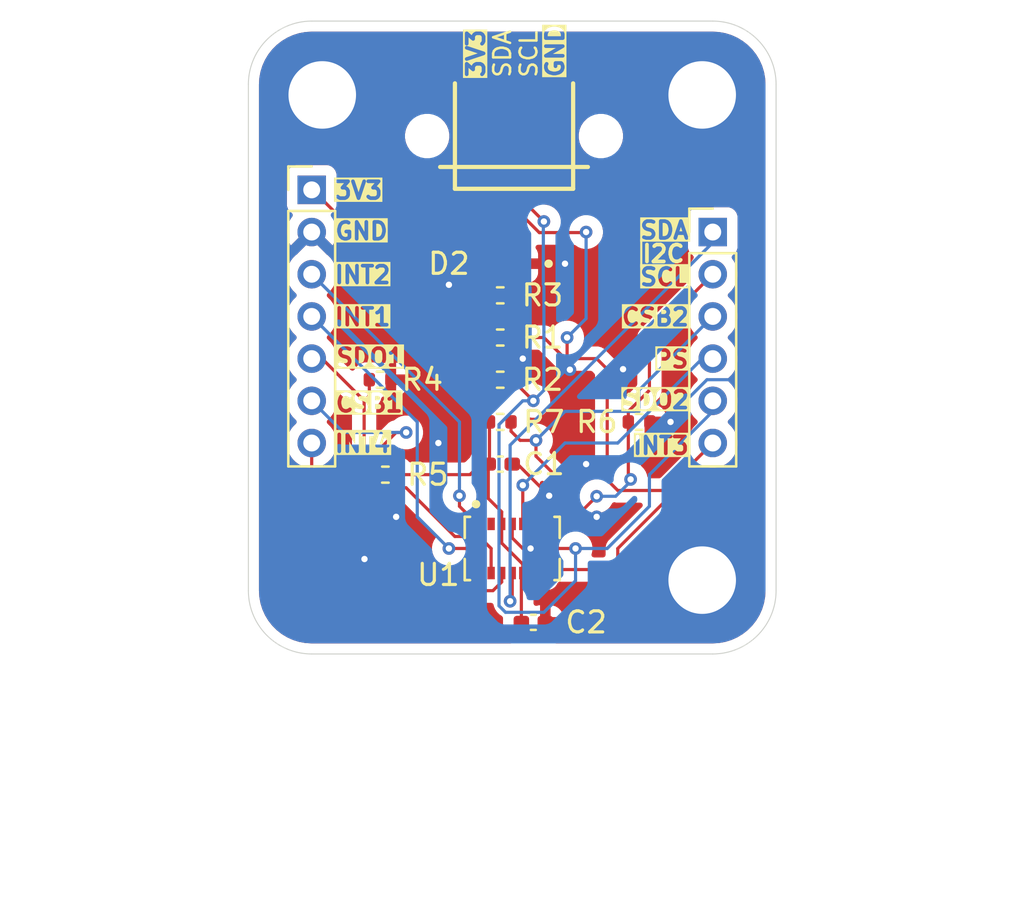
<source format=kicad_pcb>
(kicad_pcb (version 20241229) (generator "pcbnew") (generator_version "9.0")
  (layers (0 "F.Cu" signal) (2 "B.Cu" signal) (13 "F.Paste" user) (15 "B.Paste" user) (5 "F.SilkS" user "F.Silkscreen") (7 "B.SilkS" user "B.Silkscreen") (1 "F.Mask" user) (3 "B.Mask" user) (25 "Edge.Cuts" user))
  (net 0 "")
  (net 1 "+3V3")
  (net 2 "GND")
  (net 3 "SDA")
  (net 4 "SCL")
  (net 5 "INT1")
  (net 6 "CSB1")
  (net 7 "INT2")
  (net 8 "INT4")
  (net 9 "SDO1")
  (net 10 "SDO2")
  (net 11 "INT3")
  (net 12 "CSB2")
  (net 13 "PS")
  (net 14 "Net-(D2-Pad2)")
  (footprint "Lib_footprint:284697E" (layer "F.Cu") (at 140.085 67.95 180)
    (property "Reference" "J1" (hide yes))
    (property "Value" "284697-E" (hide yes))
    (fp_line (start 2.8 -1.465) (end 2.8 2.5) (stroke (width 0.2)) (layer "F.SilkS"))
    (fp_line (start 2.8 -2.5) (end 2.8 -1.465) (stroke (width 0.2)) (layer "F.SilkS"))
    (fp_line (start -2.8 -1.5) (end -2.8 2.5) (stroke (width 0.2)) (layer "F.SilkS"))
    (fp_line (start -2.8 -1.5) (end -2.8 -2.5) (stroke (width 0.2)) (layer "F.SilkS"))
    (fp_line (start -2.8 -2.5) (end 2.8 -2.5) (stroke (width 0.2)) (layer "F.SilkS"))
    (fp_line (start -3.5 -1.465) (end 3.5 -1.465) (stroke (width 0.2)) (layer "F.SilkS"))
    (pad "" np_thru_hole circle (at -4.115 0 180) (size 1.6 1.6) (drill 1.6) (layers "*.Cu" "*.Mask"))
    (pad "" np_thru_hole circle (at 4.115 0 180) (size 1.6 1.6) (drill 1.6) (layers "*.Cu" "*.Mask"))
    (pad "1" smd rect (at 1.905 1.45 180) (size 0.8 2) (layers "F.Cu" "F.Mask" "F.Paste") (net 1 "+3V3"))
    (pad "2" smd rect (at 0.635 1.45 180) (size 0.8 2) (layers "F.Cu" "F.Mask" "F.Paste") (net 3 "SDA"))
    (pad "3" smd rect (at -0.635 1.45 180) (size 0.8 2) (layers "F.Cu" "F.Mask" "F.Paste") (net 4 "SCL"))
    (pad "4" smd rect (at -1.905 1.45 180) (size 0.8 2) (layers "F.Cu" "F.Mask" "F.Paste") (net 2 "GND"))
    (pad "5" smd rect (at -4.415 -2.5 180) (size 1.2 2.4) (layers "F.Cu" "F.Mask" "F.Paste") (net 2 "GND"))
    (pad "6" smd rect (at -4.415 2.5 180) (size 1.2 2.4) (layers "F.Cu" "F.Mask" "F.Paste") (net 2 "GND"))
    (pad "7" smd rect (at 4.415 -2.5 180) (size 1.2 2.4) (layers "F.Cu" "F.Mask" "F.Paste") (net 2 "GND"))
    (pad "8" smd rect (at 4.415 2.5 180) (size 1.2 2.4) (layers "F.Cu" "F.Mask" "F.Paste") (net 2 "GND"))
  )
  (footprint "MountingHole:MountingHole_3.2mm_M3_ISO14580_Pad" (layer "F.Cu") (at 149 66)
    (property "Reference" "REF**" (hide yes))
    (property "Value" "MountingHole_3.2mm_M3_ISO14580_Pad")
    (pad "1" thru_hole circle (at 0 0) (size 5.5 5.5) (drill 3.2) (layers "*.Cu" "*.Mask") (net 2 "GND"))
  )
  (footprint "Connector_PinHeader_2.00mm:PinHeader_1x06_P2.00mm_Vertical" (layer "F.Cu") (at 149.5 72.5)
    (property "Reference" "J4" (hide yes))
    (property "Value" "Conn_01x06_Pin")
    (fp_line (start -1.11 -1.11) (end 0 -1.11) (stroke (width 0.12)) (layer "F.SilkS"))
    (fp_line (start -1.11 0) (end -1.11 -1.11) (stroke (width 0.12)) (layer "F.SilkS"))
    (fp_line (start -1.11 1) (end -1.11 11.11) (stroke (width 0.12)) (layer "F.SilkS"))
    (fp_line (start -1.11 1) (end 1.11 1) (stroke (width 0.12)) (layer "F.SilkS"))
    (fp_line (start -1.11 11.11) (end 1.11 11.11) (stroke (width 0.12)) (layer "F.SilkS"))
    (fp_line (start 1.11 1) (end 1.11 11.11) (stroke (width 0.12)) (layer "F.SilkS"))
    (pad "1" thru_hole rect (at 0 0) (size 1.35 1.35) (drill 0.8) (layers "*.Cu" "*.Mask") (net 11 "INT3"))
    (pad "2" thru_hole circle (at 0 2) (size 1.35 1.35) (drill 0.8) (layers "*.Cu" "*.Mask") (net 10 "SDO2"))
    (pad "3" thru_hole circle (at 0 4) (size 1.35 1.35) (drill 0.8) (layers "*.Cu" "*.Mask") (net 13 "PS"))
    (pad "4" thru_hole circle (at 0 6) (size 1.35 1.35) (drill 0.8) (layers "*.Cu" "*.Mask") (net 12 "CSB2"))
    (pad "5" thru_hole circle (at 0 8) (size 1.35 1.35) (drill 0.8) (layers "*.Cu" "*.Mask") (net 4 "SCL"))
    (pad "6" thru_hole circle (at 0 10) (size 1.35 1.35) (drill 0.8) (layers "*.Cu" "*.Mask") (net 3 "SDA"))
  )
  (footprint "MountingHole:MountingHole_3.2mm_M3_ISO14580_Pad" (layer "F.Cu") (at 149 89 -90)
    (property "Reference" "REF**" (hide yes))
    (property "Value" "MountingHole_3.2mm_M3_ISO14580_Pad")
    (pad "1" thru_hole circle (at 0 0 270) (size 5.5 5.5) (drill 3.2) (layers "*.Cu" "*.Mask") (net 2 "GND"))
  )
  (footprint "Resistor_SMD:R_0402_1005Metric" (layer "F.Cu") (at 139.4325 81.5)
    (property "Reference" "R7" (at 2.0675 0 0) (layer "F.SilkS"))
    (property "Value" "0R")
    (fp_line (start -0.153641 -0.38) (end 0.153641 -0.38) (stroke (width 0.12)) (layer "F.SilkS"))
    (fp_line (start -0.153641 0.38) (end 0.153641 0.38) (stroke (width 0.12)) (layer "F.SilkS"))
    (pad "1" smd roundrect (at -0.51 0) (size 0.54 0.64) (layers "F.Cu" "F.Mask" "F.Paste") (net 1 "+3V3"))
    (pad "2" smd roundrect (at 0.51 0) (size 0.54 0.64) (layers "F.Cu" "F.Mask" "F.Paste") (net 13 "PS"))
  )
  (footprint "MountingHole:MountingHole_3.2mm_M3_ISO14580_Pad" (layer "F.Cu") (at 131 66)
    (property "Reference" "REF**" (hide yes))
    (property "Value" "MountingHole_3.2mm_M3_ISO14580_Pad")
    (pad "1" thru_hole circle (at 0 0) (size 5.5 5.5) (drill 3.2) (layers "*.Cu" "*.Mask") (net 2 "GND"))
  )
  (footprint "Resistor_SMD:R_0402_1005Metric" (layer "F.Cu") (at 139.4325 77.5)
    (property "Reference" "R1" (at 2 0 0) (layer "F.SilkS"))
    (property "Value" "4k7")
    (fp_line (start -0.153641 -0.38) (end 0.153641 -0.38) (stroke (width 0.12)) (layer "F.SilkS"))
    (fp_line (start -0.153641 0.38) (end 0.153641 0.38) (stroke (width 0.12)) (layer "F.SilkS"))
    (pad "1" smd roundrect (at -0.51 0) (size 0.54 0.64) (layers "F.Cu" "F.Mask" "F.Paste") (net 1 "+3V3"))
    (pad "2" smd roundrect (at 0.51 0) (size 0.54 0.64) (layers "F.Cu" "F.Mask" "F.Paste") (net 3 "SDA"))
  )
  (footprint "Resistor_SMD:R_0402_1005Metric" (layer "F.Cu") (at 133.99 84 180)
    (property "Reference" "R5" (hide yes))
    (property "Value" "0R")
    (fp_line (start -0.153641 0.38) (end 0.153641 0.38) (stroke (width 0.12)) (layer "F.SilkS"))
    (fp_line (start -0.153641 -0.38) (end 0.153641 -0.38) (stroke (width 0.12)) (layer "F.SilkS"))
    (pad "1" smd roundrect (at -0.51 0 180) (size 0.54 0.64) (layers "F.Cu" "F.Mask" "F.Paste") (net 1 "+3V3"))
    (pad "2" smd roundrect (at 0.51 0 180) (size 0.54 0.64) (layers "F.Cu" "F.Mask" "F.Paste") (net 6 "CSB1"))
  )
  (footprint "Lib_footprint:PQFN50P450X300X100-16N" (layer "F.Cu") (at 139.915 87.5)
    (property "Reference" "U1" (at -3.415 1.25 0) (layer "F.SilkS"))
    (property "Value" "BMI088")
    (fp_line (start -2.165 -1.5) (end -1.915 -1.5) (stroke (width 0.127)) (layer "F.SilkS"))
    (fp_line (start -2.165 -0.5) (end -2.165 -1.5) (stroke (width 0.127)) (layer "F.SilkS"))
    (fp_line (start -2.165 1.5) (end -2.165 0.5) (stroke (width 0.127)) (layer "F.SilkS"))
    (fp_line (start -1.915 1.5) (end -2.165 1.5) (stroke (width 0.127)) (layer "F.SilkS"))
    (fp_line (start 2.335 -1.5) (end 2.085 -1.5) (stroke (width 0.127)) (layer "F.SilkS"))
    (fp_line (start 2.335 -0.5) (end 2.335 -1.5) (stroke (width 0.127)) (layer "F.SilkS"))
    (fp_line (start 2.335 0.5) (end 2.335 1.5) (stroke (width 0.127)) (layer "F.SilkS"))
    (fp_line (start 2.335 1.5) (end 2.085 1.5) (stroke (width 0.127)) (layer "F.SilkS"))
    (fp_circle (center -1.629 -2.1) (end -1.529 -2.1) (stroke (width 0.2)) (fill no) (layer "F.SilkS"))
    (pad "1" smd rect (at -1.415 -1.165) (size 0.35 0.59) (layers "F.Cu" "F.Mask" "F.Paste") (net 7 "INT2"))
    (pad "2" smd rect (at -0.915 -1.165) (size 0.35 0.59) (layers "F.Cu" "F.Mask" "F.Paste"))
    (pad "3" smd rect (at -0.415 -1.165) (size 0.35 0.59) (layers "F.Cu" "F.Mask" "F.Paste") (net 1 "+3V3"))
    (pad "4" smd rect (at 0.085 -1.165) (size 0.35 0.59) (layers "F.Cu" "F.Mask" "F.Paste") (net 2 "GND"))
    (pad "5" smd rect (at 0.585 -1.165) (size 0.35 0.59) (layers "F.Cu" "F.Mask" "F.Paste") (net 12 "CSB2"))
    (pad "6" smd rect (at 1.085 -1.165) (size 0.35 0.59) (layers "F.Cu" "F.Mask" "F.Paste") (net 2 "GND"))
    (pad "7" smd rect (at 1.585 -1.165) (size 0.35 0.59) (layers "F.Cu" "F.Mask" "F.Paste") (net 13 "PS"))
    (pad "8" smd rect (at 2 0) (size 0.59 0.35) (layers "F.Cu" "F.Mask" "F.Paste") (net 4 "SCL"))
    (pad "9" smd rect (at 1.585 1.165) (size 0.35 0.59) (layers "F.Cu" "F.Mask" "F.Paste") (net 3 "SDA"))
    (pad "10" smd rect (at 1.085 1.165) (size 0.35 0.59) (layers "F.Cu" "F.Mask" "F.Paste") (net 10 "SDO2"))
    (pad "11" smd rect (at 0.585 1.165) (size 0.35 0.59) (layers "F.Cu" "F.Mask" "F.Paste") (net 1 "+3V3"))
    (pad "12" smd rect (at 0.085 1.165) (size 0.35 0.59) (layers "F.Cu" "F.Mask" "F.Paste") (net 11 "INT3"))
    (pad "13" smd rect (at -0.415 1.165) (size 0.35 0.59) (layers "F.Cu" "F.Mask" "F.Paste") (net 8 "INT4"))
    (pad "14" smd rect (at -0.915 1.165) (size 0.35 0.59) (layers "F.Cu" "F.Mask" "F.Paste") (net 6 "CSB1"))
    (pad "15" smd rect (at -1.415 1.165) (size 0.35 0.59) (layers "F.Cu" "F.Mask" "F.Paste") (net 9 "SDO1"))
    (pad "16" smd rect (at -1.83 0) (size 0.59 0.35) (layers "F.Cu" "F.Mask" "F.Paste") (net 5 "INT1"))
  )
  (footprint "Connector_PinHeader_2.00mm:PinHeader_1x07_P2.00mm_Vertical" (layer "F.Cu") (at 130.5 70.5)
    (property "Reference" "J3" (hide yes))
    (property "Value" "Conn_01x07_Pin")
    (fp_line (start -1.11 -1.11) (end 0 -1.11) (stroke (width 0.12)) (layer "F.SilkS"))
    (fp_line (start -1.11 0) (end -1.11 -1.11) (stroke (width 0.12)) (layer "F.SilkS"))
    (fp_line (start -1.11 1) (end -1.11 13.11) (stroke (width 0.12)) (layer "F.SilkS"))
    (fp_line (start -1.11 1) (end 1.11 1) (stroke (width 0.12)) (layer "F.SilkS"))
    (fp_line (start -1.11 13.11) (end 1.11 13.11) (stroke (width 0.12)) (layer "F.SilkS"))
    (fp_line (start 1.11 1) (end 1.11 13.11) (stroke (width 0.12)) (layer "F.SilkS"))
    (pad "1" thru_hole rect (at 0 0) (size 1.35 1.35) (drill 0.8) (layers "*.Cu" "*.Mask") (net 1 "+3V3"))
    (pad "2" thru_hole circle (at 0 2) (size 1.35 1.35) (drill 0.8) (layers "*.Cu" "*.Mask") (net 2 "GND"))
    (pad "3" thru_hole circle (at 0 4) (size 1.35 1.35) (drill 0.8) (layers "*.Cu" "*.Mask") (net 7 "INT2"))
    (pad "4" thru_hole circle (at 0 6) (size 1.35 1.35) (drill 0.8) (layers "*.Cu" "*.Mask") (net 5 "INT1"))
    (pad "5" thru_hole circle (at 0 8) (size 1.35 1.35) (drill 0.8) (layers "*.Cu" "*.Mask") (net 9 "SDO1"))
    (pad "6" thru_hole circle (at 0 10) (size 1.35 1.35) (drill 0.8) (layers "*.Cu" "*.Mask") (net 6 "CSB1"))
    (pad "7" thru_hole circle (at 0 12) (size 1.35 1.35) (drill 0.8) (layers "*.Cu" "*.Mask") (net 8 "INT4"))
  )
  (footprint "Resistor_SMD:R_0402_1005Metric" (layer "F.Cu") (at 139.4325 79.5)
    (property "Reference" "R2" (at 2 0 0) (layer "F.SilkS"))
    (property "Value" "4k7")
    (fp_line (start -0.153641 -0.38) (end 0.153641 -0.38) (stroke (width 0.12)) (layer "F.SilkS"))
    (fp_line (start -0.153641 0.38) (end 0.153641 0.38) (stroke (width 0.12)) (layer "F.SilkS"))
    (pad "1" smd roundrect (at -0.51 0) (size 0.54 0.64) (layers "F.Cu" "F.Mask" "F.Paste") (net 1 "+3V3"))
    (pad "2" smd roundrect (at 0.51 0) (size 0.54 0.64) (layers "F.Cu" "F.Mask" "F.Paste") (net 4 "SCL"))
  )
  (footprint "Capacitor_SMD:C_0402_1005Metric_Pad0.74x0.62mm_HandSolder" (layer "F.Cu") (at 139.4325 83.5)
    (property "Reference" "C1" (at 2.0675 0 0) (layer "F.SilkS"))
    (property "Value" "100n")
    (fp_line (start -0.115835 -0.36) (end 0.115835 -0.36) (stroke (width 0.12)) (layer "F.SilkS"))
    (fp_line (start -0.115835 0.36) (end 0.115835 0.36) (stroke (width 0.12)) (layer "F.SilkS"))
    (pad "1" smd roundrect (at -0.5675 0) (size 0.735 0.62) (layers "F.Cu" "F.Mask" "F.Paste") (net 1 "+3V3"))
    (pad "2" smd roundrect (at 0.5675 0) (size 0.735 0.62) (layers "F.Cu" "F.Mask" "F.Paste") (net 2 "GND"))
  )
  (footprint "Resistor_SMD:R_0402_1005Metric" (layer "F.Cu") (at 133.74 79.5)
    (property "Reference" "R4" (at 2 0 0) (layer "F.SilkS"))
    (property "Value" "0R")
    (fp_line (start -0.153641 -0.38) (end 0.153641 -0.38) (stroke (width 0.12)) (layer "F.SilkS"))
    (fp_line (start -0.153641 0.38) (end 0.153641 0.38) (stroke (width 0.12)) (layer "F.SilkS"))
    (pad "1" smd roundrect (at -0.51 0) (size 0.54 0.64) (layers "F.Cu" "F.Mask" "F.Paste") (net 9 "SDO1"))
    (pad "2" smd roundrect (at 0.51 0) (size 0.54 0.64) (layers "F.Cu" "F.Mask" "F.Paste") (net 2 "GND"))
  )
  (footprint "Resistor_SMD:R_0402_1005Metric" (layer "F.Cu") (at 146.01 81.5)
    (property "Reference" "R6" (at -2 0 0) (layer "F.SilkS"))
    (property "Value" "0R")
    (fp_line (start -0.153641 -0.38) (end 0.153641 -0.38) (stroke (width 0.12)) (layer "F.SilkS"))
    (fp_line (start -0.153641 0.38) (end 0.153641 0.38) (stroke (width 0.12)) (layer "F.SilkS"))
    (pad "1" smd roundrect (at -0.51 0) (size 0.54 0.64) (layers "F.Cu" "F.Mask" "F.Paste") (net 10 "SDO2"))
    (pad "2" smd roundrect (at 0.51 0) (size 0.54 0.64) (layers "F.Cu" "F.Mask" "F.Paste") (net 2 "GND"))
  )
  (footprint "Capacitor_SMD:C_0402_1005Metric_Pad0.74x0.62mm_HandSolder" (layer "F.Cu") (at 141 91)
    (property "Reference" "C2" (at 2.5 0 0) (layer "F.SilkS"))
    (property "Value" "100n")
    (fp_line (start -0.115835 -0.36) (end 0.115835 -0.36) (stroke (width 0.12)) (layer "F.SilkS"))
    (fp_line (start -0.115835 0.36) (end 0.115835 0.36) (stroke (width 0.12)) (layer "F.SilkS"))
    (pad "1" smd roundrect (at -0.5675 0) (size 0.735 0.62) (layers "F.Cu" "F.Mask" "F.Paste") (net 1 "+3V3"))
    (pad "2" smd roundrect (at 0.5675 0) (size 0.735 0.62) (layers "F.Cu" "F.Mask" "F.Paste") (net 2 "GND"))
  )
  (footprint "Lib_footprint:LED_APT1608LZGCK" (layer "F.Cu") (at 139.5 74 180)
    (property "Reference" "D2" (at 2.5 0 0) (layer "F.SilkS"))
    (property "Value" "APT1608LZGCK")
    (fp_circle (center -2.225 0) (end -2.125 0) (stroke (width 0.2)) (fill no) (layer "F.SilkS"))
    (pad "1" smd rect (at -0.825 0 180) (size 0.8 0.8) (layers "F.Cu" "F.Mask" "F.Paste") (net 2 "GND"))
    (pad "2" smd rect (at 0.825 0 180) (size 0.8 0.8) (layers "F.Cu" "F.Mask" "F.Paste") (net 14 "Net-(D2-Pad2)"))
  )
  (footprint "Resistor_SMD:R_0402_1005Metric" (layer "F.Cu") (at 139.4325 75.5)
    (property "Reference" "R3" (at 2 0 0) (layer "F.SilkS"))
    (property "Value" "100R")
    (fp_line (start -0.153641 -0.38) (end 0.153641 -0.38) (stroke (width 0.12)) (layer "F.SilkS"))
    (fp_line (start -0.153641 0.38) (end 0.153641 0.38) (stroke (width 0.12)) (layer "F.SilkS"))
    (pad "1" smd roundrect (at -0.51 0) (size 0.54 0.64) (layers "F.Cu" "F.Mask" "F.Paste") (net 1 "+3V3"))
    (pad "2" smd roundrect (at 0.51 0) (size 0.54 0.64) (layers "F.Cu" "F.Mask" "F.Paste") (net 14 "Net-(D2-Pad2)"))
  )
  (gr_line (start 146.11285 72.851927) (end 146.11285 74.151653) (stroke (width 0.1)) (layer "F.SilkS"))
  (gr_line (start 127.5 65.5) (end 127.5 89.5) (stroke (width 0.05)) (layer "Edge.Cuts"))
  (gr_line (start 149.5 62.5) (end 130.5 62.5) (stroke (width 0.05)) (layer "Edge.Cuts"))
  (gr_arc (start 152.5 89.5) (mid 151.62132 91.62132) (end 149.5 92.5) (stroke (width 0.05)) (layer "Edge.Cuts"))
  (gr_arc (start 130.5 92.5) (mid 128.37868 91.62132) (end 127.5 89.5) (stroke (width 0.05)) (layer "Edge.Cuts"))
  (gr_line (start 152.5 89.5) (end 152.5 65.5) (stroke (width 0.05)) (layer "Edge.Cuts"))
  (gr_line (start 130.5 92.5) (end 149.5 92.5) (stroke (width 0.05)) (layer "Edge.Cuts"))
  (gr_arc (start 149.5 62.5) (mid 151.62132 63.37868) (end 152.5 65.5) (stroke (width 0.05)) (layer "Edge.Cuts"))
  (gr_arc (start 127.5 65.5) (mid 128.37868 63.37868) (end 130.5 62.5) (stroke (width 0.05)) (layer "Edge.Cuts"))
  (gr_text "INT2" (at 131.5 75 0) (layer "F.SilkS" knockout) (effects (font (size 0.8 0.8) (thickness 0.175) (bold yes)) (justify left bottom)))
  (gr_text "GND" (at 142.5 65.25 90) (layer "F.SilkS" knockout) (effects (font (size 0.8 0.8) (thickness 0.175) (bold yes)) (justify left bottom)))
  (gr_text "SDO1" (at 131.573556 78.91132 0) (layer "F.SilkS" knockout) (effects (font (size 0.8 0.8) (thickness 0.175) (bold yes)) (justify left bottom)))
  (gr_text "I2C" (at 148.25 74 0) (layer "F.SilkS") (effects (font (size 0.8 0.8) (thickness 0.175) (bold yes)) (justify right bottom)))
  (gr_text "INT4" (at 131.5 83 0) (layer "F.SilkS" knockout) (effects (font (size 0.8 0.8) (thickness 0.175) (bold yes)) (justify left bottom)))
  (gr_text "PS" (at 146.648029 78.999312 0) (layer "F.SilkS" knockout) (effects (font (size 0.8 0.8) (thickness 0.175) (bold yes)) (justify left bottom)))
  (gr_text "SDA" (at 140 65.25 90) (layer "F.SilkS") (effects (font (size 0.8 0.8) (thickness 0.12) (bold yes)) (justify left bottom)))
  (gr_text "INT3" (at 145.635197 83.09647 0) (layer "F.SilkS" knockout) (effects (font (size 0.8 0.8) (thickness 0.175) (bold yes)) (justify left bottom)))
  (gr_text "INT1" (at 131.5 77 0) (layer "F.SilkS" knockout) (effects (font (size 0.8 0.8) (thickness 0.175) (bold yes)) (justify left bottom)))
  (gr_text "SCL\n" (at 145.969752 75.103804 0) (layer "F.SilkS" knockout) (effects (font (size 0.8 0.8) (thickness 0.175) (bold yes)) (justify left bottom)))
  (gr_text "SDO2" (at 145.076077 80.928735 0) (layer "F.SilkS" knockout) (effects (font (size 0.8 0.8) (thickness 0.175) (bold yes)) (justify left bottom)))
  (gr_text "CSB2" (at 145.103575 77.001146 0) (layer "F.SilkS" knockout) (effects (font (size 0.8 0.8) (thickness 0.175) (bold yes)) (justify left bottom)))
  (gr_text "3V3" (at 131.5 71 0) (layer "F.SilkS" knockout) (effects (font (size 0.8 0.8) (thickness 0.175) (bold yes)) (justify left bottom)))
  (gr_text "CSB1" (at 131.546059 81.088221 0) (layer "F.SilkS" knockout) (effects (font (size 0.8 0.8) (thickness 0.175) (bold yes)) (justify left bottom)))
  (gr_text "R5" (at 136 84 0) (layer "F.SilkS") (effects (font (size 1 1))))
  (gr_text "3V3" (at 138.75 65.25 90) (layer "F.SilkS" knockout) (effects (font (size 0.8 0.8) (thickness 0.175) (bold yes)) (justify left bottom)))
  (gr_text "SDA" (at 148.448212 72.886953 0) (layer "F.SilkS" knockout) (effects (font (size 0.8 0.8) (thickness 0.175) (bold yes)) (justify right bottom)))
  (gr_text "GND" (at 131.524977 72.925297 0) (layer "F.SilkS" knockout) (effects (font (size 0.8 0.8) (thickness 0.175) (bold yes)) (justify left bottom)))
  (gr_text "SCL" (at 141.25 65.25 90) (layer "F.SilkS") (effects (font (size 0.8 0.8) (thickness 0.12) (bold yes)) (justify left bottom)))
  (segment (start 134.27 74.23) (end 135 74.23) (width 0.15) (layer "F.Cu") (net 1))
  (segment (start 130.54 70.5) (end 134.27 74.23) (width 0.15) (layer "F.Cu") (net 1))
  (segment (start 140.4325 91) (end 140.4325 88.7325) (width 0.15) (layer "F.Cu") (net 1))
  (segment (start 140.5 88.665) (end 140.5 88.243877) (width 0.15) (layer "F.Cu") (net 1))
  (segment (start 138.9225 76.5) (end 138.9225 83.4425) (width 0.15) (layer "F.Cu") (net 1))
  (segment (start 139.5 87.243877) (end 139.5 86.335) (width 0.15) (layer "F.Cu") (net 1))
  (segment (start 138.18 66.55) (end 138.18 71.82) (width 0.15) (layer "F.Cu") (net 1))
  (segment (start 138.865 83.5) (end 138.5 83.5) (width 0.15) (layer "F.Cu") (net 1))
  (segment (start 140.4325 88.7325) (end 140.5 88.665) (width 0.15) (layer "F.Cu") (net 1))
  (segment (start 138.9225 83.4425) (end 138.865 83.5) (width 0.15) (layer "F.Cu") (net 1))
  (segment (start 135.77 74.23) (end 135 74.23) (width 0.15) (layer "F.Cu") (net 1))
  (segment (start 138.865 85.128) (end 138.865 83.5) (width 0.15) (layer "F.Cu") (net 1))
  (segment (start 140.5 88.243877) (end 139.5 87.243877) (width 0.15) (layer "F.Cu") (net 1))
  (segment (start 138.18 71.82) (end 135.77 74.23) (width 0.15) (layer "F.Cu") (net 1))
  (segment (start 130.5 70.5) (end 130.54 70.5) (width 0.15) (layer "F.Cu") (net 1))
  (segment (start 139.5 85.763) (end 138.865 85.128) (width 0.15) (layer "F.Cu") (net 1))
  (segment (start 137.27 76.5) (end 135 74.23) (width 0.15) (layer "F.Cu") (net 1))
  (segment (start 139.5 86.335) (end 139.5 85.763) (width 0.15) (layer "F.Cu") (net 1))
  (segment (start 138.9225 76.5) (end 137.27 76.5) (width 0.15) (layer "F.Cu") (net 1))
  (segment (start 138.5 83.5) (end 138 84) (width 0.15) (layer "F.Cu") (net 1))
  (segment (start 138.9225 75.5) (end 138.9225 76.5) (width 0.15) (layer "F.Cu") (net 1))
  (segment (start 138 84) (end 134.5 84) (width 0.15) (layer "F.Cu") (net 1))
  (segment (start 140 83.5) (end 140.25 83.5) (width 0.15) (layer "F.Cu") (net 2))
  (segment (start 140.5 87.5) (end 140 87) (width 0.15) (layer "F.Cu") (net 2))
  (segment (start 140.869 87.5) (end 140.5 87.5) (width 0.15) (layer "F.Cu") (net 2))
  (segment (start 140.869 87.5) (end 141 87.369) (width 0.15) (layer "F.Cu") (net 2))
  (segment (start 140 87) (end 140 86.335) (width 0.15) (layer "F.Cu") (net 2))
  (segment (start 141.099 86.236) (end 141 86.335) (width 0.15) (layer "F.Cu") (net 2))
  (segment (start 135.67 65.5) (end 135.585 65.585) (width 0.15) (layer "F.Cu") (net 2))
  (segment (start 140.25 83.5) (end 141.75 85) (width 0.15) (layer "F.Cu") (net 2))
  (segment (start 141 87.369) (end 141 86.335) (width 0.15) (layer "F.Cu") (net 2))
  (via (at 147.5 81.5) (size 0.6) (drill 0.3) (layers "F.Cu" "B.Cu") (net 2))
  (via (at 143.5 83.5) (size 0.6) (drill 0.3) (layers "F.Cu" "B.Cu") (net 2))
  (via (at 145.25 79) (size 0.6) (drill 0.3) (layers "F.Cu" "B.Cu") (net 2))
  (via (at 137 75) (size 0.6) (drill 0.3) (layers "F.Cu" "B.Cu") (net 2))
  (via (at 140.869 87.5) (size 0.6) (drill 0.3) (layers "F.Cu" "B.Cu") (net 2))
  (via (at 142.732539 79.025) (size 0.6) (drill 0.3) (layers "F.Cu" "B.Cu") (net 2))
  (via (at 134.5 86) (size 0.6) (drill 0.3) (layers "F.Cu" "B.Cu") (net 2))
  (via (at 141.75 85) (size 0.6) (drill 0.3) (layers "F.Cu" "B.Cu") (net 2))
  (via (at 136.5 82.5) (size 0.6) (drill 0.3) (layers "F.Cu" "B.Cu") (net 2))
  (via (at 133 88) (size 0.6) (drill 0.3) (layers "F.Cu" "B.Cu") (net 2))
  (via (at 140.5 78.5) (size 0.6) (drill 0.3) (layers "F.Cu" "B.Cu") (net 2))
  (via (at 142.5 74) (size 0.6) (drill 0.3) (layers "F.Cu" "B.Cu") (net 2))
  (via (at 144 86) (size 0.6) (drill 0.3) (layers "F.Cu" "B.Cu") (net 2))
  (segment (start 136.5 85.5) (end 137 86) (width 0.15) (layer "B.Cu") (net 2))
  (segment (start 148 81) (end 148 80.725793) (width 0.15) (layer "B.Cu") (net 2))
  (segment (start 136.5 82.5) (end 136.5 85.5) (width 0.15) (layer "B.Cu") (net 2))
  (segment (start 148 80.725793) (end 149.225793 79.5) (width 0.15) (layer "B.Cu") (net 2))
  (segment (start 149.225793 79.5) (end 151.25 79.5) (width 0.15) (layer "B.Cu") (net 2))
  (segment (start 142.6 77.5) (end 142.6 78.4) (width 0.15) (layer "F.Cu") (net 3))
  (segment (start 144 78.5) (end 144.5 79) (width 0.15) (layer "F.Cu") (net 3))
  (segment (start 139.45 70.693877) (end 141.282123 72.526) (width 0.15) (layer "F.Cu") (net 3))
  (segment (start 139.45 66.55) (end 139.45 70.693877) (width 0.15) (layer "F.Cu") (net 3))
  (segment (start 147.25 84.75) (end 148 84) (width 0.15) (layer "F.Cu") (net 3))
  (segment (start 149.5 82.5) (end 148 84) (width 0.15) (layer "F.Cu") (net 3))
  (segment (start 144.5 79) (end 144.5 84.25) (width 0.15) (layer "F.Cu") (net 3))
  (segment (start 141.5 77.5) (end 139.9425 77.5) (width 0.15) (layer "F.Cu") (net 3))
  (segment (start 142.5 78.5) (end 144 78.5) (width 0.15) (layer "F.Cu") (net 3))
  (segment (start 143.474 72.526) (end 143.5 72.5) (width 0.15) (layer "F.Cu") (net 3))
  (segment (start 145 84.75) (end 147.25 84.75) (width 0.15) (layer "F.Cu") (net 3))
  (segment (start 142.6 78.4) (end 142.5 78.5) (width 0.15) (layer "F.Cu") (net 3))
  (segment (start 141.665 88.5) (end 141.5 88.665) (width 0.15) (layer "F.Cu") (net 3))
  (segment (start 148 84.5) (end 145 87.5) (width 0.15) (layer "F.Cu") (net 3))
  (segment (start 148 84) (end 148 84.5) (width 0.15) (layer "F.Cu") (net 3))
  (segment (start 145 88.5) (end 141.665 88.5) (width 0.15) (layer "F.Cu") (net 3))
  (segment (start 142.5 78.5) (end 141.5 77.5) (width 0.15) (layer "F.Cu") (net 3))
  (segment (start 141.282123 72.526) (end 143.474 72.526) (width 0.15) (layer "F.Cu") (net 3))
  (segment (start 145 87.5) (end 145 88.5) (width 0.15) (layer "F.Cu") (net 3))
  (segment (start 144.5 84.25) (end 145 84.75) (width 0.15) (layer "F.Cu") (net 3))
  (via (at 142.6 77.5) (size 0.6) (drill 0.3) (layers "F.Cu" "B.Cu") (net 3))
  (via (at 143.5 72.5) (size 0.6) (drill 0.3) (layers "F.Cu" "B.Cu") (net 3))
  (segment (start 143.5 76.6) (end 142.6 77.5) (width 0.15) (layer "B.Cu") (net 3))
  (segment (start 143.5 72.5) (end 143.5 76.6) (width 0.15) (layer "B.Cu") (net 3))
  (segment (start 140 79.5) (end 141 80.5) (width 0.15) (layer "F.Cu") (net 4))
  (segment (start 139.9425 79.5) (end 140 79.5) (width 0.15) (layer "F.Cu") (net 4))
  (segment (start 141.915 87.5) (end 143 87.5) (width 0.15) (layer "F.Cu") (net 4))
  (segment (start 140.72 71.22) (end 141.5 72) (width 0.15) (layer "F.Cu") (net 4))
  (segment (start 140.72 66.55) (end 140.72 71.22) (width 0.15) (layer "F.Cu") (net 4))
  (via (at 141 80.5) (size 0.6) (drill 0.3) (layers "F.Cu" "B.Cu") (net 4))
  (via (at 141.5 72) (size 0.6) (drill 0.3) (layers "F.Cu" "B.Cu") (net 4))
  (via (at 143 87.5) (size 0.6) (drill 0.3) (layers "F.Cu" "B.Cu") (net 4))
  (segment (start 141.5 75) (end 141.474 74.974) (width 0.15) (layer "B.Cu") (net 4))
  (segment (start 149.5 80.5) (end 149.5 81) (width 0.15) (layer "B.Cu") (net 4))
  (segment (start 139.374 90.217877) (end 139.682123 90.526) (width 0.15) (layer "B.Cu") (net 4))
  (segment (start 141.474 74.974) (end 141.474 72.026) (width 0.15) (layer "B.Cu") (net 4))
  (segment (start 139.682123 90.526) (end 141.5 90.526) (width 0.15) (layer "B.Cu") (net 4))
  (segment (start 141.5 80) (end 141.5 75) (width 0.15) (layer "B.Cu") (net 4))
  (segment (start 141 80.5) (end 141.5 80) (width 0.15) (layer "B.Cu") (net 4))
  (segment (start 140.5 80.5) (end 139.374 81.626) (width 0.15) (layer "B.Cu") (net 4))
  (segment (start 141.5 90.526) (end 143 89.026) (width 0.15) (layer "B.Cu") (net 4))
  (segment (start 146.5 85.5) (end 144.5 87.5) (width 0.15) (layer "B.Cu") (net 4))
  (segment (start 141 80.5) (end 140.5 80.5) (width 0.15) (layer "B.Cu") (net 4))
  (segment (start 143 89.026) (end 143 87.5) (width 0.15) (layer "B.Cu") (net 4))
  (segment (start 144.5 87.5) (end 143 87.5) (width 0.15) (layer "B.Cu") (net 4))
  (segment (start 139.374 81.626) (end 139.374 90.217877) (width 0.15) (layer "B.Cu") (net 4))
  (segment (start 146.5 84) (end 146.5 85.5) (width 0.15) (layer "B.Cu") (net 4))
  (segment (start 141.474 72.026) (end 141.5 72) (width 0.15) (layer "B.Cu") (net 4))
  (segment (start 149.5 81) (end 146.5 84) (width 0.15) (layer "B.Cu") (net 4))
  (segment (start 138.085 87.5) (end 137 87.5) (width 0.15) (layer "F.Cu") (net 5))
  (via (at 137 87.5) (size 0.6) (drill 0.3) (layers "F.Cu" "B.Cu") (net 5))
  (segment (start 135.5 86) (end 137 87.5) (width 0.15) (layer "B.Cu") (net 5))
  (segment (start 130.5 76.5) (end 135.5 81.5) (width 0.15) (layer "B.Cu") (net 5))
  (segment (start 135.5 81.5) (end 135.5 86) (width 0.15) (layer "B.Cu") (net 5))
  (segment (start 133.48 83.02) (end 133.48 84) (width 0.15) (layer "F.Cu") (net 6))
  (segment (start 134.5 82) (end 133.48 83.02) (width 0.15) (layer "F.Cu") (net 6))
  (segment (start 134.975 82) (end 134.5 82) (width 0.15) (layer "F.Cu") (net 6))
  (segment (start 139 88.665) (end 139 87.5) (width 0.15) (layer "F.Cu") (net 6))
  (segment (start 134.101 84.621) (end 133.48 84) (width 0.15) (layer "F.Cu") (net 6))
  (segment (start 138.431 86.931) (end 137.280943 86.931) (width 0.15) (layer "F.Cu") (net 6))
  (segment (start 134.970943 84.621) (end 134.101 84.621) (width 0.15) (layer "F.Cu") (net 6))
  (segment (start 139 87.5) (end 138.431 86.931) (width 0.15) (layer "F.Cu") (net 6))
  (segment (start 137.280943 86.931) (end 134.970943 84.621) (width 0.15) (layer "F.Cu") (net 6))
  (via (at 134.975 82) (size 0.6) (drill 0.3) (layers "F.Cu" "B.Cu") (net 6))
  (segment (start 132 82) (end 130.5 80.5) (width 0.15) (layer "B.Cu") (net 6))
  (segment (start 134.975 82) (end 132 82) (width 0.15) (layer "B.Cu") (net 6))
  (segment (start 138.335 86.335) (end 137.5 85.5) (width 0.15) (layer "F.Cu") (net 7))
  (segment (start 137.5 85.5) (end 137.5 85) (width 0.15) (layer "F.Cu") (net 7))
  (segment (start 138.5 86.335) (end 138.335 86.335) (width 0.15) (layer "F.Cu") (net 7))
  (via (at 137.5 85) (size 0.6) (drill 0.3) (layers "F.Cu" "B.Cu") (net 7))
  (segment (start 137.5 81.5) (end 137.5 85) (width 0.15) (layer "B.Cu") (net 7))
  (segment (start 130.5 74.5) (end 137.5 81.5) (width 0.15) (layer "B.Cu") (net 7))
  (segment (start 130.5 88.5) (end 131.5 89.5) (width 0.15) (layer "F.Cu") (net 8))
  (segment (start 139.5 88.665) (end 139.401 88.665) (width 0.15) (layer "F.Cu") (net 8))
  (segment (start 131.5 89.5) (end 139.087 89.5) (width 0.15) (layer "F.Cu") (net 8))
  (segment (start 130.5 82.5) (end 130.5 88.5) (width 0.15) (layer "F.Cu") (net 8))
  (segment (start 139.5 89.087) (end 139.5 88.665) (width 0.15) (layer "F.Cu") (net 8))
  (segment (start 139.087 89.5) (end 139.5 89.087) (width 0.15) (layer "F.Cu") (net 8))
  (segment (start 132.984 80.506) (end 132.984 86.31824) (width 0.15) (layer "F.Cu") (net 9))
  (segment (start 132.99 80.5) (end 132.984 80.506) (width 0.15) (layer "F.Cu") (net 9))
  (segment (start 130.99 78.5) (end 132.99 80.5) (width 0.15) (layer "F.Cu") (net 9))
  (segment (start 130.5 78.5) (end 130.99 78.5) (width 0.15) (layer "F.Cu") (net 9))
  (segment (start 133.23 79.5) (end 133.23 80.26) (width 0.15) (layer "F.Cu") (net 9))
  (segment (start 132.984 86.31824) (end 135.33076 88.665) (width 0.15) (layer "F.Cu") (net 9))
  (segment (start 138.5 88.665) (end 135.33076 88.665) (width 0.15) (layer "F.Cu") (net 9))
  (segment (start 133.23 80.26) (end 132.99 80.5) (width 0.15) (layer "F.Cu") (net 9))
  (segment (start 141 88.295) (end 141.394 87.901) (width 0.15) (layer "F.Cu") (net 10))
  (segment (start 141.644 86.856) (end 142.169 86.856) (width 0.15) (layer "F.Cu") (net 10))
  (segment (start 145.5 81) (end 146.5 80) (width 0.15) (layer "F.Cu") (net 10))
  (segment (start 145.5 81.5) (end 145.5 81) (width 0.15) (layer "F.Cu") (net 10))
  (segment (start 146.5 80) (end 146.5 77.5) (width 0.15) (layer "F.Cu") (net 10))
  (segment (start 141.394 87.106) (end 141.644 86.856) (width 0.15) (layer "F.Cu") (net 10))
  (segment (start 146.5 77.5) (end 149.5 74.5) (width 0.15) (layer "F.Cu") (net 10))
  (segment (start 142.169 86.856) (end 144 85.025) (width 0.15) (layer "F.Cu") (net 10))
  (segment (start 145.5 84.116268) (end 145.5 81.5) (width 0.15) (layer "F.Cu") (net 10))
  (segment (start 145.608732 84.225) (end 145.5 84.116268) (width 0.15) (layer "F.Cu") (net 10))
  (segment (start 141.394 87.901) (end 141.394 87.106) (width 0.15) (layer "F.Cu") (net 10))
  (segment (start 141 88.665) (end 141 88.295) (width 0.15) (layer "F.Cu") (net 10))
  (via (at 145.608732 84.225) (size 0.6) (drill 0.3) (layers "F.Cu" "B.Cu") (net 10))
  (via (at 144 85.025) (size 0.6) (drill 0.3) (layers "F.Cu" "B.Cu") (net 10))
  (segment (start 145.608732 84.225) (end 145.608732 84.316946) (width 0.15) (layer "B.Cu") (net 10))
  (segment (start 145.608732 84.316946) (end 144.900678 85.025) (width 0.15) (layer "B.Cu") (net 10))
  (segment (start 144.900678 85.025) (end 144 85.025) (width 0.15) (layer "B.Cu") (net 10))
  (segment (start 140 89.9) (end 139.9 90) (width 0.15) (layer "F.Cu") (net 11))
  (segment (start 140 88.665) (end 140 89.9) (width 0.15) (layer "F.Cu") (net 11))
  (via (at 139.9 90) (size 0.6) (drill 0.3) (layers "F.Cu" "B.Cu") (net 11))
  (segment (start 139.9 82.6) (end 139.9 90) (width 0.15) (layer "B.Cu") (net 11))
  (segment (start 139.9 82.6) (end 149.5 73) (width 0.15) (layer "B.Cu") (net 11))
  (segment (start 149.5 73) (end 149.5 72.5) (width 0.15) (layer "B.Cu") (net 11))
  (segment (start 140.5 86.335) (end 140.5 84.5) (width 0.15) (layer "F.Cu") (net 12))
  (via (at 140.5 84.5) (size 0.6) (drill 0.3) (layers "F.Cu" "B.Cu") (net 12))
  (segment (start 142.5 82.5) (end 140.5 84.5) (width 0.15) (layer "B.Cu") (net 12))
  (segment (start 149.5 78.5) (end 149 78.5) (width 0.15) (layer "B.Cu") (net 12))
  (segment (start 145 82.5) (end 142.5 82.5) (width 0.15) (layer "B.Cu") (net 12))
  (segment (start 149 78.5) (end 145 82.5) (width 0.15) (layer "B.Cu") (net 12))
  (segment (start 139.9425 81.9425) (end 139.9425 81.5) (width 0.15) (layer "F.Cu") (net 13))
  (segment (start 142.5 85.335) (end 141.5 86.335) (width 0.15) (layer "F.Cu") (net 13))
  (segment (start 141.125 83.125) (end 142.5 84.5) (width 0.15) (layer "F.Cu") (net 13))
  (segment (start 141.125 82.375) (end 140.375 82.375) (width 0.15) (layer "F.Cu") (net 13))
  (segment (start 141.125 82.375) (end 141.125 83.125) (width 0.15) (layer "F.Cu") (net 13))
  (segment (start 142.5 84.5) (end 142.5 85.335) (width 0.15) (layer "F.Cu") (net 13))
  (segment (start 140.375 82.375) (end 139.9425 81.9425) (width 0.15) (layer "F.Cu") (net 13))
  (via (at 141.125 82.375) (size 0.6) (drill 0.3) (layers "F.Cu" "B.Cu") (net 13))
  (segment (start 146 81) (end 146 80) (width 0.15) (layer "B.Cu") (net 13))
  (segment (start 142.5 81) (end 146 81) (width 0.15) (layer "B.Cu") (net 13))
  (segment (start 146 80) (end 149.5 76.5) (width 0.15) (layer "B.Cu") (net 13))
  (segment (start 141.125 82.375) (end 142.5 81) (width 0.15) (layer "B.Cu") (net 13))
  (segment (start 138.675 74) (end 138.675 74.2325) (width 0.15) (layer "F.Cu") (net 14))
  (segment (start 138.675 74.2325) (end 139.9425 75.5) (width 0.15) (layer "F.Cu") (net 14))
  (zone (net 2) (net_name "GND") (layers "F.Cu" "B.Cu") (connect_pads (clearance 0.5)) (min_thickness 0.25) (fill yes (thermal_gap 0.5) (thermal_bridge_width 0.5))
    (polygon (pts (xy 126.5 61.5) (xy 153.5 61.5) (xy 153.5 93.5) (xy 126.5 93.5)))
  )
)
</source>
